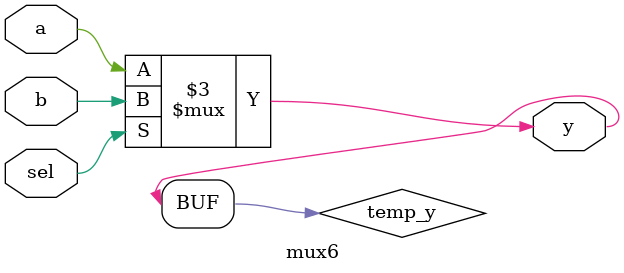
<source format=v>
module mux6 (input a, b, sel,
                    output y);

    reg temp_y;

    always @(*) begin
        if (sel)
            temp_y = b;
        else
            temp_y = a;
    end

    assign y = temp_y;

endmodule
</source>
